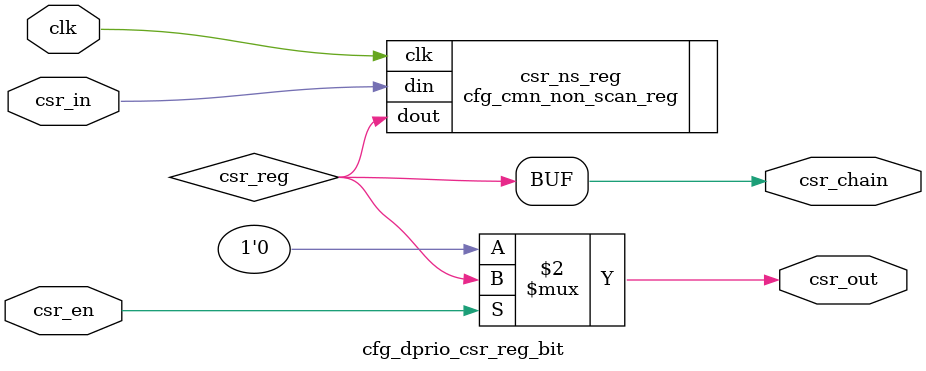
<source format=v>


//************************************************************
// Description:
//
//************************************************************

module cfg_dprio_csr_reg_bit 
(
input  wire      clk,        // clock
input  wire      csr_in,     // CSR serial input
input  wire      csr_en,     // CSR enable
output wire      csr_out,    // Gated CSR serial output
output wire      csr_chain   // Output to connect to CSR chain
);

//reg              csr_reg;
wire             csr_reg;

// Gated CSR output
assign csr_out = (csr_en == 1'b1) ? csr_reg : 1'b0;

// Output to connect to the chain
assign csr_chain = csr_reg;

// DPRIO 1-bit register
//always @ (posedge clk)
//  begin
//    csr_reg <= csr_in;
//  end
  cfg_cmn_non_scan_reg csr_ns_reg (
    .din  (csr_in),
    .clk  (clk),
    .dout (csr_reg)
  );

endmodule


</source>
